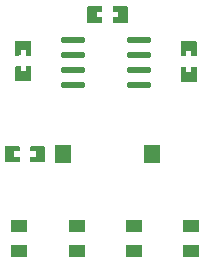
<source format=gtp>
G04 Layer: TopPasteMaskLayer*
G04 EasyEDA v6.5.22, 2023-02-12 10:45:47*
G04 3d9444fe1cb54b23bce2806f6c367247,ed70181f279245e6aff80281ee7dc86a,10*
G04 Gerber Generator version 0.2*
G04 Scale: 100 percent, Rotated: No, Reflected: No *
G04 Dimensions in millimeters *
G04 leading zeros omitted , absolute positions ,4 integer and 5 decimal *
%FSLAX45Y45*%
%MOMM*%

%ADD10O,2.0450048X0.58801*%
%ADD11R,1.3970X1.0160*%
%ADD12R,1.4000X1.5000*%

%LPD*%
G36*
X4153001Y5060086D02*
G01*
X4147972Y5055108D01*
X4147972Y4927092D01*
X4153001Y4922113D01*
X4268012Y4922113D01*
X4272991Y4927092D01*
X4272483Y4969103D01*
X4228490Y4969103D01*
X4228490Y5014112D01*
X4273499Y5014112D01*
X4272991Y5055108D01*
X4268012Y5060086D01*
G37*
G36*
X4367987Y5060086D02*
G01*
X4363008Y5055108D01*
X4363516Y5014112D01*
X4407509Y5014112D01*
X4407509Y4969103D01*
X4363008Y4969103D01*
X4363008Y4927092D01*
X4367987Y4922113D01*
X4482998Y4922113D01*
X4487976Y4927092D01*
X4487976Y5055108D01*
X4482998Y5060086D01*
G37*
G36*
X4851501Y6241186D02*
G01*
X4846472Y6236208D01*
X4846472Y6108192D01*
X4851501Y6103213D01*
X4966512Y6103213D01*
X4971491Y6108192D01*
X4970983Y6150203D01*
X4926990Y6150203D01*
X4926990Y6195212D01*
X4971999Y6195212D01*
X4971491Y6236208D01*
X4966512Y6241186D01*
G37*
G36*
X5066487Y6241186D02*
G01*
X5061508Y6236208D01*
X5062016Y6195212D01*
X5106009Y6195212D01*
X5106009Y6150203D01*
X5061508Y6150203D01*
X5061508Y6108192D01*
X5066487Y6103213D01*
X5181498Y6103213D01*
X5186476Y6108192D01*
X5186476Y6236208D01*
X5181498Y6241186D01*
G37*
G36*
X5640324Y5945987D02*
G01*
X5635294Y5941009D01*
X5635294Y5825998D01*
X5640324Y5821019D01*
X5682284Y5821476D01*
X5682284Y5865520D01*
X5727293Y5865520D01*
X5727293Y5820511D01*
X5768289Y5821019D01*
X5773318Y5825998D01*
X5773318Y5941009D01*
X5768289Y5945987D01*
G37*
G36*
X5640324Y5731002D02*
G01*
X5635294Y5726023D01*
X5635294Y5611012D01*
X5640324Y5605983D01*
X5768289Y5605983D01*
X5773318Y5611012D01*
X5773318Y5726023D01*
X5768289Y5731002D01*
X5727293Y5730494D01*
X5727293Y5686501D01*
X5682284Y5686501D01*
X5682284Y5731002D01*
G37*
G36*
X4280306Y5736488D02*
G01*
X4239310Y5735980D01*
X4234281Y5731002D01*
X4234281Y5615990D01*
X4239310Y5611012D01*
X4367276Y5611012D01*
X4372305Y5615990D01*
X4372305Y5731002D01*
X4367276Y5735980D01*
X4325315Y5735523D01*
X4325315Y5691479D01*
X4280306Y5691479D01*
G37*
G36*
X4239310Y5951016D02*
G01*
X4234281Y5945987D01*
X4234281Y5830976D01*
X4239310Y5825998D01*
X4280306Y5826506D01*
X4280306Y5870498D01*
X4325315Y5870498D01*
X4325315Y5825998D01*
X4367276Y5825998D01*
X4372305Y5830976D01*
X4372305Y5945987D01*
X4367276Y5951016D01*
G37*
D10*
G01*
X4726559Y5956300D03*
G01*
X4726559Y5829300D03*
G01*
X4726559Y5702300D03*
G01*
X4726559Y5575300D03*
G01*
X5281040Y5956300D03*
G01*
X5281040Y5829300D03*
G01*
X5281040Y5702300D03*
G01*
X5281040Y5575300D03*
D11*
G01*
X4267225Y4386554D03*
G01*
X4267225Y4173194D03*
G01*
X4762525Y4386554D03*
G01*
X4762525Y4173194D03*
G01*
X5245125Y4386554D03*
G01*
X5245125Y4173194D03*
G01*
X5727725Y4386554D03*
G01*
X5727725Y4173194D03*
D12*
G01*
X4636515Y4991100D03*
G01*
X5396484Y4991100D03*
M02*

</source>
